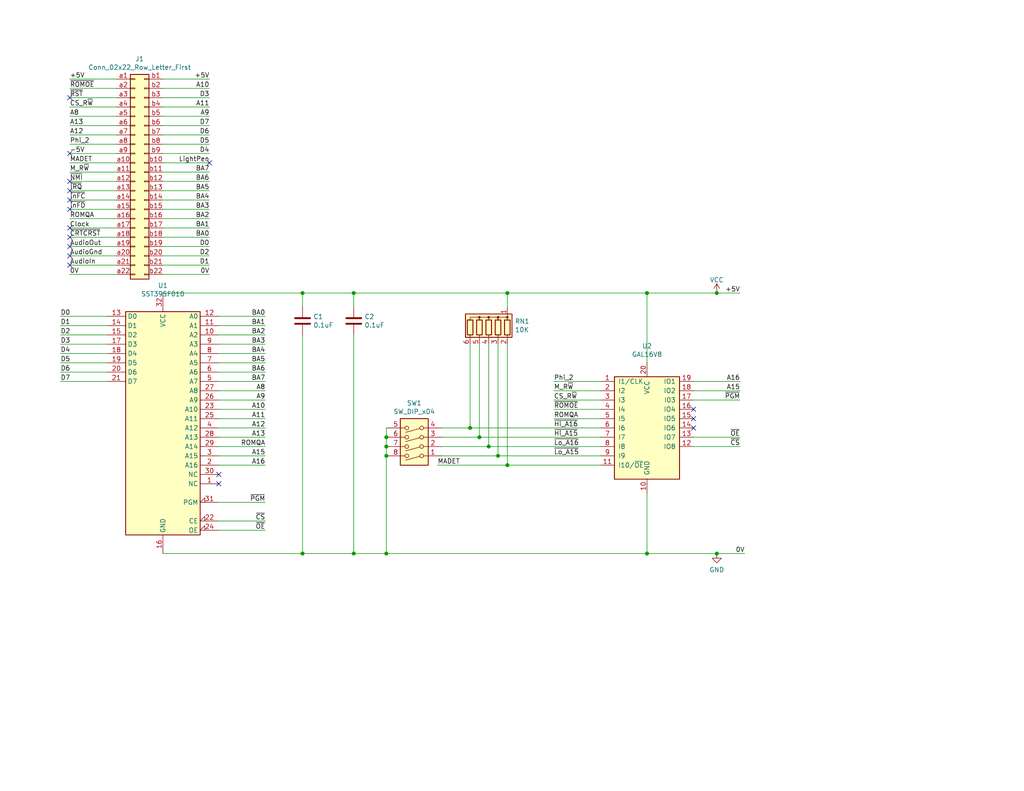
<source format=kicad_sch>
(kicad_sch (version 20230121) (generator eeschema)
  (paper "USLetter")
  (title_block (title "MultiROM Cartridge for BBC Master & Acorn Electron") (date "2023-02-07") (rev "Issue 1"))
  (lib_symbols
    (symbol "Connector_Generic:Conn_02x22_Row_Letter_First" (pin_names (offset 1.016) hide)
      (property "Reference" "J" (at 1.27 27.94 0))
      (property "Value" "Conn_02x22_Row_Letter_First" (at 1.27 -30.48 0))
      (symbol "Conn_02x22_Row_Letter_First_1_1"
        (rectangle (start -1.27 -27.813) (end 0 -28.067) (stroke (width 0.1524)))
        (rectangle (start -1.27 -25.273) (end 0 -25.527) (stroke (width 0.1524)))
        (rectangle (start -1.27 -22.733) (end 0 -22.987) (stroke (width 0.1524)))
        (rectangle (start -1.27 -20.193) (end 0 -20.447) (stroke (width 0.1524)))
        (rectangle (start -1.27 -17.653) (end 0 -17.907) (stroke (width 0.1524)))
        (rectangle (start -1.27 -15.113) (end 0 -15.367) (stroke (width 0.1524)))
        (rectangle (start -1.27 -12.573) (end 0 -12.827) (stroke (width 0.1524)))
        (rectangle (start -1.27 -10.033) (end 0 -10.287) (stroke (width 0.1524)))
        (rectangle (start -1.27 -7.493) (end 0 -7.747) (stroke (width 0.1524)))
        (rectangle (start -1.27 -4.953) (end 0 -5.207) (stroke (width 0.1524)))
        (rectangle (start -1.27 -2.413) (end 0 -2.667) (stroke (width 0.1524)))
        (rectangle (start -1.27 0.127) (end 0 -0.127) (stroke (width 0.1524)))
        (rectangle (start -1.27 2.667) (end 0 2.413) (stroke (width 0.1524)))
        (rectangle (start -1.27 5.207) (end 0 4.953) (stroke (width 0.1524)))
        (rectangle (start -1.27 7.747) (end 0 7.493) (stroke (width 0.1524)))
        (rectangle (start -1.27 10.287) (end 0 10.033) (stroke (width 0.1524)))
        (rectangle (start -1.27 12.827) (end 0 12.573) (stroke (width 0.1524)))
        (rectangle (start -1.27 15.367) (end 0 15.113) (stroke (width 0.1524)))
        (rectangle (start -1.27 17.907) (end 0 17.653) (stroke (width 0.1524)))
        (rectangle (start -1.27 20.447) (end 0 20.193) (stroke (width 0.1524)))
        (rectangle (start -1.27 22.987) (end 0 22.733) (stroke (width 0.1524)))
        (rectangle (start -1.27 25.527) (end 0 25.273) (stroke (width 0.1524)))
        (rectangle (start -1.27 26.67) (end 3.81 -29.21) (stroke (width 0.254)) (fill (type background)))
        (rectangle (start 3.81 -27.813) (end 2.54 -28.067) (stroke (width 0.1524)))
        (rectangle (start 3.81 -25.273) (end 2.54 -25.527) (stroke (width 0.1524)))
        (rectangle (start 3.81 -22.733) (end 2.54 -22.987) (stroke (width 0.1524)))
        (rectangle (start 3.81 -20.193) (end 2.54 -20.447) (stroke (width 0.1524)))
        (rectangle (start 3.81 -17.653) (end 2.54 -17.907) (stroke (width 0.1524)))
        (rectangle (start 3.81 -15.113) (end 2.54 -15.367) (stroke (width 0.1524)))
        (rectangle (start 3.81 -12.573) (end 2.54 -12.827) (stroke (width 0.1524)))
        (rectangle (start 3.81 -10.033) (end 2.54 -10.287) (stroke (width 0.1524)))
        (rectangle (start 3.81 -7.493) (end 2.54 -7.747) (stroke (width 0.1524)))
        (rectangle (start 3.81 -4.953) (end 2.54 -5.207) (stroke (width 0.1524)))
        (rectangle (start 3.81 -2.413) (end 2.54 -2.667) (stroke (width 0.1524)))
        (rectangle (start 3.81 0.127) (end 2.54 -0.127) (stroke (width 0.1524)))
        (rectangle (start 3.81 2.667) (end 2.54 2.413) (stroke (width 0.1524)))
        (rectangle (start 3.81 5.207) (end 2.54 4.953) (stroke (width 0.1524)))
        (rectangle (start 3.81 7.747) (end 2.54 7.493) (stroke (width 0.1524)))
        (rectangle (start 3.81 10.287) (end 2.54 10.033) (stroke (width 0.1524)))
        (rectangle (start 3.81 12.827) (end 2.54 12.573) (stroke (width 0.1524)))
        (rectangle (start 3.81 15.367) (end 2.54 15.113) (stroke (width 0.1524)))
        (rectangle (start 3.81 17.907) (end 2.54 17.653) (stroke (width 0.1524)))
        (rectangle (start 3.81 20.447) (end 2.54 20.193) (stroke (width 0.1524)))
        (rectangle (start 3.81 22.987) (end 2.54 22.733) (stroke (width 0.1524)))
        (rectangle (start 3.81 25.527) (end 2.54 25.273) (stroke (width 0.1524)))
        (pin passive line (at -5.08 25.4 0) (length 3.81) (name "Pin_a1") (number "a1"))
        (pin passive line (at -5.08 2.54 0) (length 3.81) (name "Pin_a10") (number "a10"))
        (pin passive line (at -5.08 0 0) (length 3.81) (name "Pin_a11") (number "a11"))
        (pin passive line (at -5.08 -2.54 0) (length 3.81) (name "Pin_a12") (number "a12"))
        (pin passive line (at -5.08 -5.08 0) (length 3.81) (name "Pin_a13") (number "a13"))
        (pin passive line (at -5.08 -7.62 0) (length 3.81) (name "Pin_a14") (number "a14"))
        (pin passive line (at -5.08 -10.16 0) (length 3.81) (name "Pin_a15") (number "a15"))
        (pin passive line (at -5.08 -12.7 0) (length 3.81) (name "Pin_a16") (number "a16"))
        (pin passive line (at -5.08 -15.24 0) (length 3.81) (name "Pin_a17") (number "a17"))
        (pin passive line (at -5.08 -17.78 0) (length 3.81) (name "Pin_a18") (number "a18"))
        (pin passive line (at -5.08 -20.32 0) (length 3.81) (name "Pin_a19") (number "a19"))
        (pin passive line (at -5.08 22.86 0) (length 3.81) (name "Pin_a2") (number "a2"))
        (pin passive line (at -5.08 -22.86 0) (length 3.81) (name "Pin_a20") (number "a20"))
        (pin passive line (at -5.08 -25.4 0) (length 3.81) (name "Pin_a21") (number "a21"))
        (pin passive line (at -5.08 -27.94 0) (length 3.81) (name "Pin_a22") (number "a22"))
        (pin passive line (at -5.08 20.32 0) (length 3.81) (name "Pin_a3") (number "a3"))
        (pin passive line (at -5.08 17.78 0) (length 3.81) (name "Pin_a4") (number "a4"))
        (pin passive line (at -5.08 15.24 0) (length 3.81) (name "Pin_a5") (number "a5"))
        (pin passive line (at -5.08 12.7 0) (length 3.81) (name "Pin_a6") (number "a6"))
        (pin passive line (at -5.08 10.16 0) (length 3.81) (name "Pin_a7") (number "a7"))
        (pin passive line (at -5.08 7.62 0) (length 3.81) (name "Pin_a8") (number "a8"))
        (pin passive line (at -5.08 5.08 0) (length 3.81) (name "Pin_a9") (number "a9"))
        (pin passive line (at 7.62 25.4 180) (length 3.81) (name "Pin_b1") (number "b1"))
        (pin passive line (at 7.62 2.54 180) (length 3.81) (name "Pin_b10") (number "b10"))
        (pin passive line (at 7.62 0 180) (length 3.81) (name "Pin_b11") (number "b11"))
        (pin passive line (at 7.62 -2.54 180) (length 3.81) (name "Pin_b12") (number "b12"))
        (pin passive line (at 7.62 -5.08 180) (length 3.81) (name "Pin_b13") (number "b13"))
        (pin passive line (at 7.62 -7.62 180) (length 3.81) (name "Pin_b14") (number "b14"))
        (pin passive line (at 7.62 -10.16 180) (length 3.81) (name "Pin_b15") (number "b15"))
        (pin passive line (at 7.62 -12.7 180) (length 3.81) (name "Pin_b16") (number "b16"))
        (pin passive line (at 7.62 -15.24 180) (length 3.81) (name "Pin_b17") (number "b17"))
        (pin passive line (at 7.62 -17.78 180) (length 3.81) (name "Pin_b18") (number "b18"))
        (pin passive line (at 7.62 -20.32 180) (length 3.81) (name "Pin_b19") (number "b19"))
        (pin passive line (at 7.62 22.86 180) (length 3.81) (name "Pin_b2") (number "b2"))
        (pin passive line (at 7.62 -22.86 180) (length 3.81) (name "Pin_b20") (number "b20"))
        (pin passive line (at 7.62 -25.4 180) (length 3.81) (name "Pin_b21") (number "b21"))
        (pin passive line (at 7.62 -27.94 180) (length 3.81) (name "Pin_b22") (number "b22"))
        (pin passive line (at 7.62 20.32 180) (length 3.81) (name "Pin_b3") (number "b3"))
        (pin passive line (at 7.62 17.78 180) (length 3.81) (name "Pin_b4") (number "b4"))
        (pin passive line (at 7.62 15.24 180) (length 3.81) (name "Pin_b5") (number "b5"))
        (pin passive line (at 7.62 12.7 180) (length 3.81) (name "Pin_b6") (number "b6"))
        (pin passive line (at 7.62 10.16 180) (length 3.81) (name "Pin_b7") (number "b7"))
        (pin passive line (at 7.62 7.62 180) (length 3.81) (name "Pin_b8") (number "b8"))
        (pin passive line (at 7.62 5.08 180) (length 3.81) (name "Pin_b9") (number "b9"))
      )
    )
    (symbol "Device:C" (pin_numbers hide) (pin_names (offset 0.254))
      (property "Reference" "C" (at 0.635 2.54 0))
      (property "Value" "C" (at 0.635 -2.54 0))
      (symbol "C_0_1"
        (polyline (pts (xy -2.032 -0.762) (xy 2.032 -0.762)) (stroke (width 0.508)))
        (polyline (pts (xy -2.032 0.762) (xy 2.032 0.762)) (stroke (width 0.508)))
      )
      (symbol "C_1_1"
        (pin passive line (at 0 3.81 270) (length 2.794) (name "~") (number "1"))
        (pin passive line (at 0 -3.81 90) (length 2.794) (name "~") (number "2"))
      )
    )
    (symbol "Device:R_Network05" (pin_names (offset 0) hide)
      (property "Reference" "RN" (at -7.62 0 90))
      (property "Value" "R_Network05" (at 7.62 0 90))
      (symbol "R_Network05_0_1"
        (rectangle (start -6.35 -3.175) (end 6.35 3.175) (stroke (width 0.254)) (fill (type background)))
        (rectangle (start -5.842 1.524) (end -4.318 -2.54) (stroke (width 0.254)))
        (circle (center -5.08 2.286) (radius 0.254) (fill (type outline)))
        (rectangle (start -3.302 1.524) (end -1.778 -2.54) (stroke (width 0.254)))
        (circle (center -2.54 2.286) (radius 0.254) (fill (type outline)))
        (rectangle (start -0.762 1.524) (end 0.762 -2.54) (stroke (width 0.254)))
        (polyline (pts (xy -5.08 -2.54) (xy -5.08 -3.81)))
        (polyline (pts (xy -2.54 -2.54) (xy -2.54 -3.81)))
        (polyline (pts (xy 0 -2.54) (xy 0 -3.81)))
        (polyline (pts (xy 2.54 -2.54) (xy 2.54 -3.81)))
        (polyline (pts (xy 5.08 -2.54) (xy 5.08 -3.81)))
        (polyline (pts (xy -5.08 1.524) (xy -5.08 2.286) (xy -2.54 2.286) (xy -2.54 1.524)))
        (polyline (pts (xy -2.54 1.524) (xy -2.54 2.286) (xy 0 2.286) (xy 0 1.524)))
        (polyline (pts (xy 0 1.524) (xy 0 2.286) (xy 2.54 2.286) (xy 2.54 1.524)))
        (polyline (pts (xy 2.54 1.524) (xy 2.54 2.286) (xy 5.08 2.286) (xy 5.08 1.524)))
        (circle (center 0 2.286) (radius 0.254) (fill (type outline)))
        (rectangle (start 1.778 1.524) (end 3.302 -2.54) (stroke (width 0.254)))
        (circle (center 2.54 2.286) (radius 0.254) (fill (type outline)))
        (rectangle (start 4.318 1.524) (end 5.842 -2.54) (stroke (width 0.254)))
      )
      (symbol "R_Network05_1_1"
        (pin passive line (at -5.08 5.08 270) (length 2.54) (name "common") (number "1"))
        (pin passive line (at -5.08 -5.08 90) (length 1.27) (name "R1") (number "2"))
        (pin passive line (at -2.54 -5.08 90) (length 1.27) (name "R2") (number "3"))
        (pin passive line (at 0 -5.08 90) (length 1.27) (name "R3") (number "4"))
        (pin passive line (at 2.54 -5.08 90) (length 1.27) (name "R4") (number "5"))
        (pin passive line (at 5.08 -5.08 90) (length 1.27) (name "R5") (number "6"))
      )
    )
    (symbol "Logic_Programmable:GAL16V8" (pin_names (offset 1.016))
      (property "Reference" "U" (at -8.89 16.51 0))
      (property "Value" "GAL16V8" (at 1.27 16.51 0))
      (symbol "GAL16V8_0_0"
        (pin power_in line (at 0 -17.78 90) (length 3.81) (name "GND") (number "10"))
        (pin power_in line (at 0 17.78 270) (length 3.81) (name "VCC") (number "20"))
      )
      (symbol "GAL16V8_0_1"
        (rectangle (start -8.89 13.97) (end 8.89 -13.97) (stroke (width 0.254)) (fill (type background)))
      )
      (symbol "GAL16V8_1_1"
        (pin input line (at -12.7 12.7 0) (length 3.81) (name "I1/CLK") (number "1"))
        (pin input line (at -12.7 -10.16 0) (length 3.81) (name "I10/~{OE}") (number "11"))
        (pin tri_state line (at 12.7 -5.08 180) (length 3.81) (name "IO8") (number "12"))
        (pin tri_state line (at 12.7 -2.54 180) (length 3.81) (name "IO7") (number "13"))
        (pin tri_state line (at 12.7 0 180) (length 3.81) (name "IO6") (number "14"))
        (pin tri_state line (at 12.7 2.54 180) (length 3.81) (name "IO5") (number "15"))
        (pin tri_state line (at 12.7 5.08 180) (length 3.81) (name "IO4") (number "16"))
        (pin tri_state line (at 12.7 7.62 180) (length 3.81) (name "I03") (number "17"))
        (pin tri_state line (at 12.7 10.16 180) (length 3.81) (name "IO2") (number "18"))
        (pin tri_state line (at 12.7 12.7 180) (length 3.81) (name "IO1") (number "19"))
        (pin input line (at -12.7 10.16 0) (length 3.81) (name "I2") (number "2"))
        (pin input line (at -12.7 7.62 0) (length 3.81) (name "I3") (number "3"))
        (pin input line (at -12.7 5.08 0) (length 3.81) (name "I4") (number "4"))
        (pin input line (at -12.7 2.54 0) (length 3.81) (name "I5") (number "5"))
        (pin input line (at -12.7 0 0) (length 3.81) (name "I6") (number "6"))
        (pin input line (at -12.7 -2.54 0) (length 3.81) (name "I7") (number "7"))
        (pin input line (at -12.7 -5.08 0) (length 3.81) (name "I8") (number "8"))
        (pin input line (at -12.7 -7.62 0) (length 3.81) (name "I9") (number "9"))
      )
    )
    (symbol "Memory_Flash:SST39SF010"
      (property "Reference" "U" (at 2.54 33.02 0))
      (property "Value" "SST39SF010" (at 0 -30.48 0))
      (symbol "SST39SF010_0_0"
        (pin power_in line (at 0 -34.29 90) (length 5.08) (name "GND") (number "16"))
        (pin power_in line (at 0 36.83 270) (length 5.08) (name "VCC") (number "32"))
      )
      (symbol "SST39SF010_0_1"
        (rectangle (start -10.16 31.75) (end 10.16 -29.21) (stroke (width 0.254)) (fill (type background)))
      )
      (symbol "SST39SF010_1_1"
        (pin input line (at -15.24 -15.24 0) (length 5.08) (name "NC") (number "1"))
        (pin input line (at -15.24 25.4 0) (length 5.08) (name "A2") (number "10"))
        (pin input line (at -15.24 27.94 0) (length 5.08) (name "A1") (number "11"))
        (pin input line (at -15.24 30.48 0) (length 5.08) (name "A0") (number "12"))
        (pin tri_state line (at 15.24 30.48 180) (length 5.08) (name "D0") (number "13"))
        (pin tri_state line (at 15.24 27.94 180) (length 5.08) (name "D1") (number "14"))
        (pin tri_state line (at 15.24 25.4 180) (length 5.08) (name "D2") (number "15"))
        (pin tri_state line (at 15.24 22.86 180) (length 5.08) (name "D3") (number "17"))
        (pin tri_state line (at 15.24 20.32 180) (length 5.08) (name "D4") (number "18"))
        (pin tri_state line (at 15.24 17.78 180) (length 5.08) (name "D5") (number "19"))
        (pin input line (at -15.24 -10.16 0) (length 5.08) (name "A16") (number "2"))
        (pin tri_state line (at 15.24 15.24 180) (length 5.08) (name "D6") (number "20"))
        (pin tri_state line (at 15.24 12.7 180) (length 5.08) (name "D7") (number "21"))
        (pin input input_low (at -15.24 -25.4 0) (length 5.08) (name "CE") (number "22"))
        (pin input line (at -15.24 5.08 0) (length 5.08) (name "A10") (number "23"))
        (pin input input_low (at -15.24 -27.94 0) (length 5.08) (name "OE") (number "24"))
        (pin input line (at -15.24 2.54 0) (length 5.08) (name "A11") (number "25"))
        (pin input line (at -15.24 7.62 0) (length 5.08) (name "A9") (number "26"))
        (pin input line (at -15.24 10.16 0) (length 5.08) (name "A8") (number "27"))
        (pin input line (at -15.24 -2.54 0) (length 5.08) (name "A13") (number "28"))
        (pin input line (at -15.24 -5.08 0) (length 5.08) (name "A14") (number "29"))
        (pin input line (at -15.24 -7.62 0) (length 5.08) (name "A15") (number "3"))
        (pin input line (at -15.24 -12.7 0) (length 5.08) (name "NC") (number "30"))
        (pin input input_low (at -15.24 -20.32 0) (length 5.08) (name "PGM") (number "31"))
        (pin input line (at -15.24 0 0) (length 5.08) (name "A12") (number "4"))
        (pin input line (at -15.24 12.7 0) (length 5.08) (name "A7") (number "5"))
        (pin input line (at -15.24 15.24 0) (length 5.08) (name "A6") (number "6"))
        (pin input line (at -15.24 17.78 0) (length 5.08) (name "A5") (number "7"))
        (pin input line (at -15.24 20.32 0) (length 5.08) (name "A4") (number "8"))
        (pin input line (at -15.24 22.86 0) (length 5.08) (name "A3") (number "9"))
      )
    )
    (symbol "Switch:SW_DIP_x04" (pin_names (offset 0) hide)
      (property "Reference" "SW" (at 0 8.89 0))
      (property "Value" "SW_DIP_x04" (at 0 -6.35 0))
      (symbol "SW_DIP_x04_0_0"
        (circle (center -2.032 -2.54) (radius 0.508))
        (circle (center -2.032 0) (radius 0.508))
        (circle (center -2.032 2.54) (radius 0.508))
        (circle (center -2.032 5.08) (radius 0.508))
        (polyline (pts (xy -1.524 -2.3876) (xy 2.3622 -1.3462)))
        (polyline (pts (xy -1.524 0.127) (xy 2.3622 1.1684)))
        (polyline (pts (xy -1.524 2.667) (xy 2.3622 3.7084)))
        (polyline (pts (xy -1.524 5.207) (xy 2.3622 6.2484)))
        (circle (center 2.032 -2.54) (radius 0.508))
        (circle (center 2.032 0) (radius 0.508))
        (circle (center 2.032 2.54) (radius 0.508))
        (circle (center 2.032 5.08) (radius 0.508))
      )
      (symbol "SW_DIP_x04_0_1"
        (rectangle (start -3.81 7.62) (end 3.81 -5.08) (stroke (width 0.254)) (fill (type background)))
      )
      (symbol "SW_DIP_x04_1_1"
        (pin passive line (at -7.62 5.08 0) (length 5.08) (name "~") (number "1"))
        (pin passive line (at -7.62 2.54 0) (length 5.08) (name "~") (number "2"))
        (pin passive line (at -7.62 0 0) (length 5.08) (name "~") (number "3"))
        (pin passive line (at -7.62 -2.54 0) (length 5.08) (name "~") (number "4"))
        (pin passive line (at 7.62 -2.54 180) (length 5.08) (name "~") (number "5"))
        (pin passive line (at 7.62 0 180) (length 5.08) (name "~") (number "6"))
        (pin passive line (at 7.62 2.54 180) (length 5.08) (name "~") (number "7"))
        (pin passive line (at 7.62 5.08 180) (length 5.08) (name "~") (number "8"))
      )
    )
    (symbol "power:GND" (power) (pin_names (offset 0))
      (property "Value" "GND" (at 0 -3.81 0))
      (symbol "GND_0_1"
        (polyline (pts (xy 0 0) (xy 0 -1.27) (xy 1.27 -1.27) (xy 0 -2.54) (xy -1.27 -1.27) (xy 0 -1.27)))
      )
      (symbol "GND_1_1"
        (pin power_in line (at 0 0 270) (length 0) hide (name "GND") (number "1"))
      )
    )
    (symbol "power:VCC" (power) (pin_names (offset 0))
      (property "Value" "VCC" (at 0 3.81 0))
      (symbol "VCC_0_1"
        (polyline (pts (xy -0.762 1.27) (xy 0 2.54)))
        (polyline (pts (xy 0 0) (xy 0 2.54)))
        (polyline (pts (xy 0 2.54) (xy 0.762 1.27)))
      )
      (symbol "VCC_1_1"
        (pin power_in line (at 0 0 90) (length 0) hide (name "VCC") (number "1"))
      )
    )
  )
  (junction (at 82.55 80.01))
  (junction (at 96.52 151.13))
  (junction (at 135.89 124.46))
  (junction (at 105.41 119.38))
  (junction (at 105.41 121.92))
  (junction (at 176.53 151.13))
  (junction (at 176.53 80.01))
  (junction (at 105.41 124.46))
  (junction (at 195.58 151.13))
  (junction (at 128.27 116.84))
  (junction (at 138.43 80.01))
  (junction (at 130.81 119.38))
  (junction (at 105.41 151.13))
  (junction (at 138.43 127))
  (junction (at 133.35 121.92))
  (junction (at 96.52 80.01))
  (junction (at 82.55 151.13))
  (junction (at 195.58 80.01))
  (no_connect (at 59.69 132.08))
  (no_connect (at 19.05 54.61))
  (no_connect (at 19.05 49.53))
  (no_connect (at 19.05 72.39))
  (no_connect (at 19.05 52.07))
  (no_connect (at 19.05 41.91))
  (no_connect (at 19.05 62.23))
  (no_connect (at 19.05 69.85))
  (no_connect (at 19.05 57.15))
  (no_connect (at 19.05 64.77))
  (no_connect (at 59.69 129.54))
  (no_connect (at 189.23 111.76))
  (no_connect (at 189.23 116.84))
  (no_connect (at 189.23 114.3))
  (no_connect (at 19.05 26.67))
  (no_connect (at 19.05 67.31))
  (no_connect (at 57.15 44.45))
  (wire (pts (xy 44.45 54.61) (xy 57.15 54.61)))
  (wire (pts (xy 201.93 109.22) (xy 189.23 109.22)))
  (wire (pts (xy 105.41 121.92) (xy 105.41 124.46)))
  (wire (pts (xy 19.05 52.07) (xy 31.75 52.07)))
  (wire (pts (xy 31.75 34.29) (xy 19.05 34.29)))
  (wire (pts (xy 19.05 74.93) (xy 31.75 74.93)))
  (wire (pts (xy 57.15 57.15) (xy 44.45 57.15)))
  (wire (pts (xy 19.05 46.99) (xy 31.75 46.99)))
  (wire (pts (xy 176.53 80.01) (xy 195.58 80.01)))
  (wire (pts (xy 44.45 59.69) (xy 57.15 59.69)))
  (wire (pts (xy 130.81 93.98) (xy 130.81 119.38)))
  (wire (pts (xy 29.21 96.52) (xy 16.51 96.52)))
  (wire (pts (xy 59.69 86.36) (xy 72.39 86.36)))
  (wire (pts (xy 135.89 124.46) (xy 163.83 124.46)))
  (wire (pts (xy 72.39 99.06) (xy 59.69 99.06)))
  (wire (pts (xy 72.39 88.9) (xy 59.69 88.9)))
  (wire (pts (xy 44.45 80.01) (xy 82.55 80.01)))
  (wire (pts (xy 57.15 62.23) (xy 44.45 62.23)))
  (wire (pts (xy 59.69 101.6) (xy 72.39 101.6)))
  (wire (pts (xy 72.39 127) (xy 59.69 127)))
  (wire (pts (xy 31.75 59.69) (xy 19.05 59.69)))
  (wire (pts (xy 59.69 111.76) (xy 72.39 111.76)))
  (wire (pts (xy 57.15 74.93) (xy 44.45 74.93)))
  (wire (pts (xy 19.05 57.15) (xy 31.75 57.15)))
  (wire (pts (xy 120.65 119.38) (xy 130.81 119.38)))
  (wire (pts (xy 96.52 80.01) (xy 96.52 83.82)))
  (wire (pts (xy 96.52 80.01) (xy 138.43 80.01)))
  (wire (pts (xy 44.45 26.67) (xy 57.15 26.67)))
  (wire (pts (xy 44.45 151.13) (xy 82.55 151.13)))
  (wire (pts (xy 105.41 124.46) (xy 105.41 151.13)))
  (wire (pts (xy 44.45 44.45) (xy 57.15 44.45)))
  (wire (pts (xy 31.75 24.13) (xy 19.05 24.13)))
  (wire (pts (xy 31.75 29.21) (xy 19.05 29.21)))
  (wire (pts (xy 19.05 36.83) (xy 31.75 36.83)))
  (wire (pts (xy 82.55 91.44) (xy 82.55 151.13)))
  (wire (pts (xy 57.15 39.37) (xy 44.45 39.37)))
  (wire (pts (xy 195.58 80.01) (xy 201.93 80.01)))
  (wire (pts (xy 195.58 151.13) (xy 203.2 151.13)))
  (wire (pts (xy 29.21 93.98) (xy 16.51 93.98)))
  (wire (pts (xy 105.41 151.13) (xy 176.53 151.13)))
  (wire (pts (xy 31.75 69.85) (xy 19.05 69.85)))
  (wire (pts (xy 59.69 124.46) (xy 72.39 124.46)))
  (wire (pts (xy 189.23 119.38) (xy 201.93 119.38)))
  (wire (pts (xy 128.27 93.98) (xy 128.27 116.84)))
  (wire (pts (xy 176.53 80.01) (xy 176.53 99.06)))
  (wire (pts (xy 44.45 49.53) (xy 57.15 49.53)))
  (wire (pts (xy 72.39 114.3) (xy 59.69 114.3)))
  (wire (pts (xy 19.05 21.59) (xy 31.75 21.59)))
  (wire (pts (xy 57.15 46.99) (xy 44.45 46.99)))
  (wire (pts (xy 29.21 99.06) (xy 16.51 99.06)))
  (wire (pts (xy 72.39 121.92) (xy 59.69 121.92)))
  (wire (pts (xy 120.65 124.46) (xy 135.89 124.46)))
  (wire (pts (xy 72.39 137.16) (xy 59.69 137.16)))
  (wire (pts (xy 82.55 151.13) (xy 96.52 151.13)))
  (wire (pts (xy 120.65 121.92) (xy 133.35 121.92)))
  (wire (pts (xy 44.45 72.39) (xy 57.15 72.39)))
  (wire (pts (xy 72.39 142.24) (xy 59.69 142.24)))
  (wire (pts (xy 189.23 106.68) (xy 201.93 106.68)))
  (wire (pts (xy 44.45 34.29) (xy 57.15 34.29)))
  (wire (pts (xy 82.55 80.01) (xy 82.55 83.82)))
  (wire (pts (xy 105.41 116.84) (xy 105.41 119.38)))
  (wire (pts (xy 19.05 67.31) (xy 31.75 67.31)))
  (wire (pts (xy 57.15 69.85) (xy 44.45 69.85)))
  (wire (pts (xy 138.43 127) (xy 163.83 127)))
  (wire (pts (xy 29.21 88.9) (xy 16.51 88.9)))
  (wire (pts (xy 31.75 39.37) (xy 19.05 39.37)))
  (wire (pts (xy 44.45 36.83) (xy 57.15 36.83)))
  (wire (pts (xy 133.35 121.92) (xy 163.83 121.92)))
  (wire (pts (xy 19.05 31.75) (xy 31.75 31.75)))
  (wire (pts (xy 138.43 93.98) (xy 138.43 127)))
  (wire (pts (xy 96.52 80.01) (xy 82.55 80.01)))
  (wire (pts (xy 59.69 96.52) (xy 72.39 96.52)))
  (wire (pts (xy 44.45 64.77) (xy 57.15 64.77)))
  (wire (pts (xy 163.83 104.14) (xy 151.13 104.14)))
  (wire (pts (xy 19.05 72.39) (xy 31.75 72.39)))
  (wire (pts (xy 29.21 86.36) (xy 16.51 86.36)))
  (wire (pts (xy 59.69 116.84) (xy 72.39 116.84)))
  (wire (pts (xy 59.69 91.44) (xy 72.39 91.44)))
  (wire (pts (xy 72.39 144.78) (xy 59.69 144.78)))
  (wire (pts (xy 29.21 104.14) (xy 16.51 104.14)))
  (wire (pts (xy 130.81 119.38) (xy 163.83 119.38)))
  (wire (pts (xy 31.75 44.45) (xy 19.05 44.45)))
  (wire (pts (xy 44.45 67.31) (xy 57.15 67.31)))
  (wire (pts (xy 151.13 106.68) (xy 163.83 106.68)))
  (wire (pts (xy 138.43 80.01) (xy 138.43 83.82)))
  (wire (pts (xy 96.52 91.44) (xy 96.52 151.13)))
  (wire (pts (xy 59.69 106.68) (xy 72.39 106.68)))
  (wire (pts (xy 163.83 111.76) (xy 151.13 111.76)))
  (wire (pts (xy 189.23 121.92) (xy 201.93 121.92)))
  (wire (pts (xy 57.15 52.07) (xy 44.45 52.07)))
  (wire (pts (xy 128.27 116.84) (xy 163.83 116.84)))
  (wire (pts (xy 19.05 26.67) (xy 31.75 26.67)))
  (wire (pts (xy 151.13 114.3) (xy 163.83 114.3)))
  (wire (pts (xy 31.75 54.61) (xy 19.05 54.61)))
  (wire (pts (xy 120.65 116.84) (xy 128.27 116.84)))
  (wire (pts (xy 72.39 119.38) (xy 59.69 119.38)))
  (wire (pts (xy 133.35 93.98) (xy 133.35 121.92)))
  (wire (pts (xy 72.39 109.22) (xy 59.69 109.22)))
  (wire (pts (xy 176.53 134.62) (xy 176.53 151.13)))
  (wire (pts (xy 19.05 41.91) (xy 31.75 41.91)))
  (wire (pts (xy 31.75 49.53) (xy 19.05 49.53)))
  (wire (pts (xy 119.38 127) (xy 138.43 127)))
  (wire (pts (xy 72.39 104.14) (xy 59.69 104.14)))
  (wire (pts (xy 72.39 93.98) (xy 59.69 93.98)))
  (wire (pts (xy 44.45 31.75) (xy 57.15 31.75)))
  (wire (pts (xy 151.13 109.22) (xy 163.83 109.22)))
  (wire (pts (xy 138.43 80.01) (xy 176.53 80.01)))
  (wire (pts (xy 176.53 151.13) (xy 195.58 151.13)))
  (wire (pts (xy 44.45 21.59) (xy 57.15 21.59)))
  (wire (pts (xy 57.15 24.13) (xy 44.45 24.13)))
  (wire (pts (xy 57.15 41.91) (xy 44.45 41.91)))
  (wire (pts (xy 135.89 93.98) (xy 135.89 124.46)))
  (wire (pts (xy 201.93 104.14) (xy 189.23 104.14)))
  (wire (pts (xy 29.21 101.6) (xy 16.51 101.6)))
  (wire (pts (xy 29.21 91.44) (xy 16.51 91.44)))
  (wire (pts (xy 96.52 151.13) (xy 105.41 151.13)))
  (wire (pts (xy 105.41 119.38) (xy 105.41 121.92)))
  (wire (pts (xy 19.05 62.23) (xy 31.75 62.23)))
  (wire (pts (xy 57.15 29.21) (xy 44.45 29.21)))
  (wire (pts (xy 31.75 64.77) (xy 19.05 64.77)))
  (label "A8" (at 72.39 106.68 180))
  (label "~{inFD}" (at 19.05 57.15 0))
  (label "A16" (at 72.39 127 180))
  (label "D0" (at 57.15 67.31 180))
  (label "+5V" (at 57.15 21.59 180))
  (label "M_R~{W}" (at 151.13 106.68 0))
  (label "~{PGM}" (at 72.39 137.16 180))
  (label "~{CS}" (at 201.93 121.92 180))
  (label "A9" (at 57.15 31.75 180))
  (label "BA6" (at 72.39 101.6 180))
  (label "D1" (at 57.15 72.39 180))
  (label "~{Hi_A15}" (at 151.13 119.38 0))
  (label "BA7" (at 72.39 104.14 180))
  (label "A15" (at 72.39 124.46 180))
  (label "A13" (at 72.39 119.38 180))
  (label "D0" (at 16.51 86.36 0))
  (label "D7" (at 16.51 104.14 0))
  (label "D2" (at 57.15 69.85 180))
  (label "CS_R~{W}" (at 19.05 29.21 0))
  (label "BA3" (at 72.39 93.98 180))
  (label "+5V" (at 19.05 21.59 0))
  (label "BA7" (at 57.15 46.99 180))
  (label "A15" (at 201.93 106.68 180))
  (label "A16" (at 201.93 104.14 180))
  (label "~{OE}" (at 201.93 119.38 180))
  (label "MADET" (at 119.38 127 0))
  (label "A10" (at 72.39 111.76 180))
  (label "ROMQA" (at 19.05 59.69 0))
  (label "0V" (at 57.15 74.93 180))
  (label "~{Lo_A15}" (at 151.13 124.46 0))
  (label "BA4" (at 57.15 54.61 180))
  (label "A10" (at 57.15 24.13 180))
  (label "ROMQA" (at 151.13 114.3 0))
  (label "~{PGM}" (at 201.93 109.22 180))
  (label "AudioIn" (at 19.05 72.39 0))
  (label "BA2" (at 72.39 91.44 180))
  (label "BA6" (at 57.15 49.53 180))
  (label "~{Hi_A16}" (at 151.13 116.84 0))
  (label "BA1" (at 72.39 88.9 180))
  (label "D3" (at 16.51 93.98 0))
  (label "BA4" (at 72.39 96.52 180))
  (label "0V" (at 203.2 151.13 180))
  (label "A11" (at 57.15 29.21 180))
  (label "~{ROMOE}" (at 151.13 111.76 0))
  (label "~{ROMOE}" (at 19.05 24.13 0))
  (label "D5" (at 57.15 39.37 180))
  (label "A9" (at 72.39 109.22 180))
  (label "~{inFC}" (at 19.05 54.61 0))
  (label "A12" (at 19.05 36.83 0))
  (label "Clock" (at 19.05 62.23 0))
  (label "MADET" (at 19.05 44.45 0))
  (label "BA3" (at 57.15 57.15 180))
  (label "D4" (at 57.15 41.91 180))
  (label "CS_R~{W}" (at 151.13 109.22 0))
  (label "D2" (at 16.51 91.44 0))
  (label "LightPen" (at 57.15 44.45 180))
  (label "~{Lo_A16}" (at 151.13 121.92 0))
  (label "~{RST}" (at 19.05 26.67 0))
  (label "A11" (at 72.39 114.3 180))
  (label "D3" (at 57.15 26.67 180))
  (label "BA5" (at 57.15 52.07 180))
  (label "AudioGnd" (at 19.05 69.85 0))
  (label "A8" (at 19.05 31.75 0))
  (label "ROMQA" (at 72.39 121.92 180))
  (label "D6" (at 57.15 36.83 180))
  (label "-5V" (at 19.05 41.91 0))
  (label "Phi_2" (at 151.13 104.14 0))
  (label "M_R~{W}" (at 19.05 46.99 0))
  (label "D4" (at 16.51 96.52 0))
  (label "Phi_2" (at 19.05 39.37 0))
  (label "D5" (at 16.51 99.06 0))
  (label "~{CS}" (at 72.39 142.24 180))
  (label "~{IRQ}" (at 19.05 52.07 0))
  (label "~{CRTCRST}" (at 19.05 64.77 0))
  (label "~{NMI}" (at 19.05 49.53 0))
  (label "D1" (at 16.51 88.9 0))
  (label "~{OE}" (at 72.39 144.78 180))
  (label "A13" (at 19.05 34.29 0))
  (label "D7" (at 57.15 34.29 180))
  (label "BA2" (at 57.15 59.69 180))
  (label "AudioOut" (at 19.05 67.31 0))
  (label "+5V" (at 201.93 80.01 180))
  (label "BA0" (at 72.39 86.36 180))
  (label "BA0" (at 57.15 64.77 180))
  (label "A12" (at 72.39 116.84 180))
  (label "BA1" (at 57.15 62.23 180))
  (label "0V" (at 19.05 74.93 0))
  (label "D6" (at 16.51 101.6 0))
  (label "BA5" (at 72.39 99.06 180))
  (symbol (lib_id "Connector_Generic:Conn_02x22_Row_Letter_First") (at 36.83 46.99 0) (unit 1)
    (property "Reference" "J1" (at 38.1 16.0782 0))
    (property "Value" "Conn_02x22_Row_Letter_First" (at 38.1 18.3896 0))
    (property "Footprint" "BBC Master Cartridge:BBC Master Cartridge" (effects hide))
  )
  (symbol (lib_id "Device:C") (at 82.55 87.63 0) (unit 1)
    (property "Reference" "C1" (at 85.471 86.4616 0) (effects (justify left)))
    (property "Value" "0.1uF" (at 85.471 88.773 0) (effects (justify left)))
    (property "Footprint" "Capacitor_THT:C_Disc_D3.0mm_W1.6mm_P2.50mm" (effects hide))
  )
  (symbol (lib_id "Device:C") (at 96.52 87.63 0) (unit 1)
    (property "Reference" "C2" (at 99.441 86.4616 0) (effects (justify left)))
    (property "Value" "0.1uF" (at 99.441 88.773 0) (effects (justify left)))
    (property "Footprint" "Capacitor_THT:C_Disc_D3.0mm_W1.6mm_P2.50mm" (effects hide))
  )
  (symbol (lib_id "Memory_Flash:SST39SF010") (at 44.45 116.84 0) (mirror y) (unit 1)
    (property "Reference" "U1" (at 44.45 77.9526 0))
    (property "Value" "SST39SF010" (at 44.45 80.264 0))
    (property "Footprint" "Package_DIP:DIP-32_W15.24mm" (effects hide))
    (property "Datasheet" "http://ww1.microchip.com/downloads/en/DeviceDoc/25022B.pdf" (effects hide))
  )
  (symbol (lib_id "Logic_Programmable:GAL16V8") (at 176.53 116.84 0) (unit 1)
    (property "Reference" "U2" (at 176.53 94.4626 0))
    (property "Value" "GAL16V8" (at 176.53 96.774 0))
    (property "Footprint" "Package_DIP:DIP-20_W7.62mm" (effects hide))
    (property "PLD file" "multirom.pld" (effects hide))
  )
  (symbol (lib_id "Switch:SW_DIP_x04") (at 113.03 119.38 180) (unit 1)
    (property "Reference" "SW1" (at 113.03 110.0582 0))
    (property "Value" "SW_DIP_x04" (at 113.03 112.3696 0))
    (property "Footprint" "Button_Switch_THT:SW_DIP_SPSTx04_Slide_9.78x12.34mm_W7.62mm_P2.54mm" (effects hide))
  )
  (symbol (lib_id "Device:R_Network05") (at 133.35 88.9 0) (mirror y) (unit 1)
    (property "Reference" "RN1" (at 140.462 87.7316 0) (effects (justify right)))
    (property "Value" "10K" (at 140.462 90.043 0) (effects (justify right)))
    (property "Footprint" "Resistor_THT:R_Array_SIP6" (effects hide))
    (property "Datasheet" "http://www.vishay.com/docs/31509/csc.pdf" (effects hide))
  )
  (symbol (lib_id "power:VCC") (at 195.58 80.01 0) (unit 1)
    (property "Reference" "#PWR0102" (effects hide))
    (property "Value" "VCC" (at 195.58 76.4342 0))
  )
  (symbol (lib_id "power:GND") (at 195.58 151.13 0) (unit 1)
    (property "Reference" "#PWR0101" (effects hide))
    (property "Value" "GND" (at 195.58 155.5734 0))
  )
)
</source>
